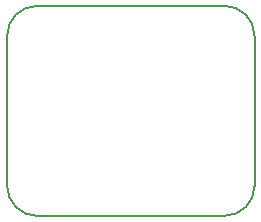
<source format=gko>
G04 DipTrace 3.0.0.2*
G04 WellMonitorSingle.gko*
%MOIN*%
G04 #@! TF.FileFunction,Profile*
G04 #@! TF.Part,Single*
%ADD11C,0.005512*%
%FSLAX26Y26*%
G04*
G70*
G90*
G75*
G01*
G04 BoardOutline*
%LPD*%
X493701Y393701D2*
D11*
X1118701D1*
G03X1218701Y493701I2J99998D01*
G01*
Y993701D1*
G03X1118701Y1093701I-99998J2D01*
G01*
X493701D1*
G03X393701Y993701I-2J-99998D01*
G01*
Y493701D1*
G03X493701Y393701I99998J-2D01*
G01*
M02*

</source>
